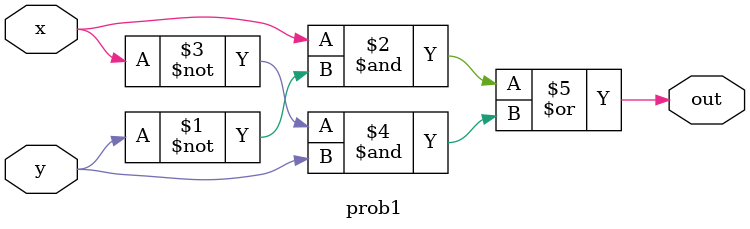
<source format=v>
module prob1 (input x, input y, output out);

  assign out = (x & ~y) | (~x & y);

endmodule
</source>
